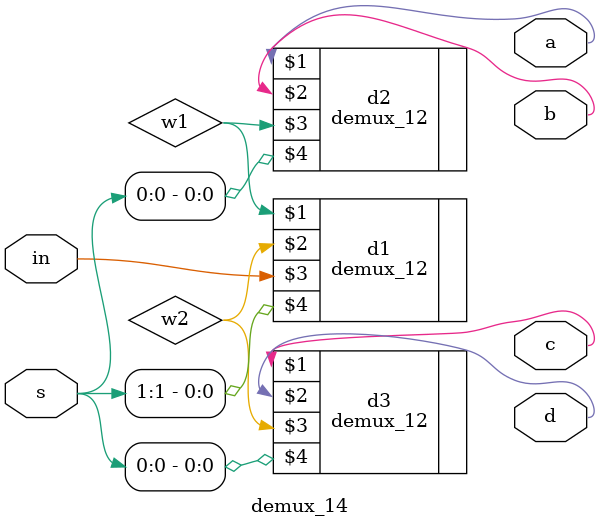
<source format=v>
`timescale 1ns / 1ps

module demux_14(a,b,c,d,s,in);
output a,b,c,d;
input [1:0]s;
input in;
wire w1,w2;

demux_12 d1 ( w1,w2,in,s[1]);
demux_12 d2 ( a,b,w1,s[0]);
demux_12 d3 ( c,d,w2,s[0]);

endmodule
</source>
